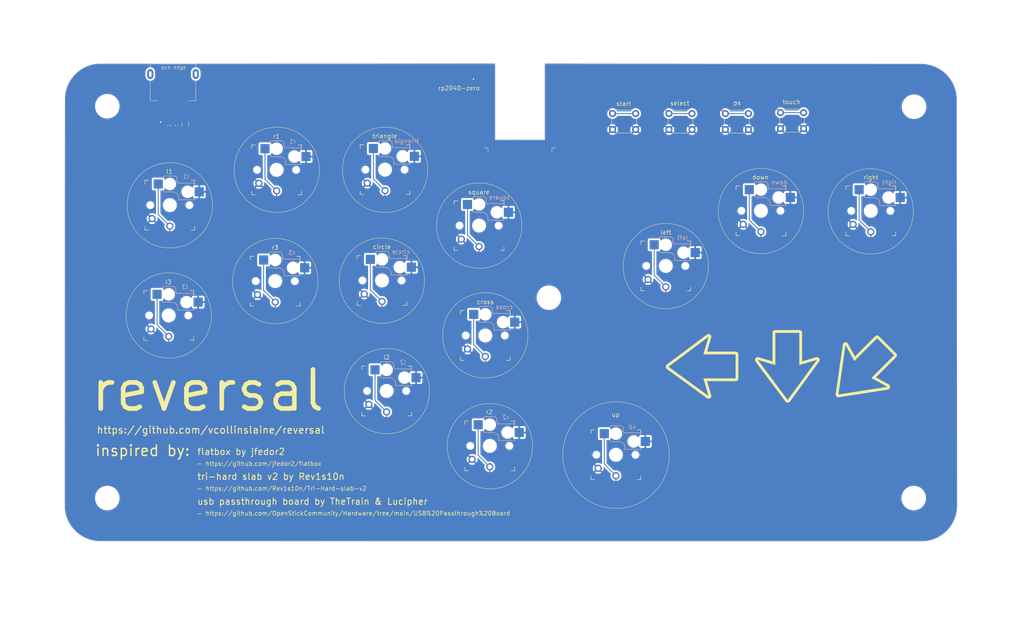
<source format=kicad_pcb>
(kicad_pcb (version 20221018) (generator pcbnew)
  (layers (0 "F.Cu" signal) (31 "B.Cu" signal) (34 "B.Paste" user) (35 "F.Paste" user) (36 "B.SilkS" user "B.Silkscreen") (37 "F.SilkS" user "F.Silkscreen") (38 "B.Mask" user) (39 "F.Mask" user) (44 "Edge.Cuts" user))
  (net 0 "")
  (net 1 "circle")
  (net 2 "GND")
  (net 3 "cross")
  (net 4 "down")
  (net 5 "power")
  (net 6 "D-")
  (net 7 "D+")
  (net 9 "l1")
  (net 10 "l2")
  (net 11 "l3")
  (net 12 "left")
  (net 13 "ps")
  (net 14 "r1")
  (net 15 "r2")
  (net 16 "r3")
  (net 17 "right")
  (net 18 "select")
  (net 19 "square")
  (net 20 "start")
  (net 21 "triangle")
  (net 22 "up")
  (net 23 "Net-(J1-VBUS)")
  (net 24 "Net-(J1-D-)")
  (net 25 "Net-(J1-D+)")
  (net 26 "touch")
  (footprint "MountingHole:MountingHole_6.4mm_M6" (layer "F.Cu") (at 29 42.7)
    (fp_text reference "H5" hide)
    (fp_text value "MountingHole")
  )
  (footprint "Resistor_SMD:R_0402_1005Metric_Pad0.72x0.64mm_HandSolder" (layer "F.Cu") (at 48.5 48.0975 -90)
    (fp_text reference "R5" hide)
    (fp_text value "R_Small_US" hide)
  )
  (footprint "Kailh:Kailh_socket_PG1350_optional" (layer "F.Cu") (at 46.291626 101.593064)
    (fp_text reference "key11" hide)
    (fp_text value "choc_SW_HS")
  )
  (footprint "Kailh:Kailh_socket_PG1350_optional" (layer "F.Cu") (at 133.651626 76.303064)
    (fp_text reference "key7" hide)
    (fp_text value "choc_SW_HS")
  )
  (footprint "Button_Switch_THT:SW_PUSH_6mm" (layer "F.Cu") (at 218.5 44.5)
    (fp_text reference "touch1" hide)
    (fp_text value "SW_Push")
  )
  (footprint "Fuse:Fuse_1206_3216Metric_Pad1.42x1.75mm_HandSolder" (layer "F.Cu") (at 50.95 47.7875 -90)
    (fp_text reference "F1" hide)
    (fp_text value "Fuse_Small" hide)
  )
  (footprint "Kailh:Kailh_socket_PG1350_optional" (layer "F.Cu") (at 107.171626 60.553064)
    (fp_text reference "key8" hide)
    (fp_text value "choc_SW_HS")
  )
  (footprint "Kailh:Kailh_socket_PG1350_optional" (layer "F.Cu") (at 135.401626 107.233064)
    (fp_text reference "key5" hide)
    (fp_text value "choc_SW_HS")
  )
  (footprint "Kailh:Kailh_socket_PG1350_optional" (layer "F.Cu") (at 46.611626 70.543064)
    (fp_text reference "key9" hide)
    (fp_text value "choc_SW_HS")
  )
  (footprint "Reversal:USB_A_Female_C42425" (layer "F.Cu") (at 47.5 37.532 -90)
    (fp_text reference "J1" hide)
    (fp_text value "USB_A")
  )
  (footprint "MountingHole:MountingHole_6.4mm_M6" (layer "F.Cu") (at 153.3 96.6)
    (fp_text reference "H1" hide)
    (fp_text value "MountingHole")
  )
  (footprint "Kailh:Kailh_socket_PG1350_optional" (layer "F.Cu") (at 136.676626 138.303064)
    (fp_text reference "key14" hide)
    (fp_text value "choc_SW_HS")
  )
  (footprint "Resistor_SMD:R_0402_1005Metric_Pad0.72x0.64mm_HandSolder" (layer "F.Cu") (at 46.45 48.0975 90)
    (fp_text reference "R4" hide)
    (fp_text value "R_Small_US" hide)
  )
  (footprint "Kailh:Kailh_socket_PG1350_optional" (layer "F.Cu") (at 106.326626 91.753064)
    (fp_text reference "key6" hide)
    (fp_text value "choc_SW_HS")
  )
  (footprint "Kailh:Kailh_socket_PG1350_optional" (layer "F.Cu") (at 107.631626 122.843064)
    (fp_text reference "key13" hide)
    (fp_text value "choc_SW_HS")
  )
  (footprint "Kailh:Kailh_socket_PG1350_optional" (layer "F.Cu") (at 76.281626 91.933064)
    (fp_text reference "key12" hide)
    (fp_text value "choc_SW_HS")
  )
  (footprint "RP2040-Zero:RP2040-Zero" (layer "F.Cu") (at 145.165 42.68)
    (fp_text reference "A1" hide)
    (fp_text value "RP2040-Zero")
  )
  (footprint "MountingHole:MountingHole_6.4mm_M6" (layer "F.Cu") (at 256.09 42.85)
    (fp_text reference "H2" hide)
    (fp_text value "MountingHole")
  )
  (footprint "Button_Switch_THT:SW_PUSH_6mm" (layer "F.Cu") (at 171.221626 44.763064)
    (fp_text reference "start1" hide)
    (fp_text value "SW_Push")
  )
  (footprint "MountingHole:MountingHole_6.4mm_M6" (layer "F.Cu") (at 256 153)
    (fp_text reference "H4" hide)
    (fp_text value "MountingHole")
  )
  (footprint "Kailh:Kailh_socket_PG1350_optional" (layer "F.Cu") (at 172.171626 140.813064)
    (fp_text reference "key1" hide)
    (fp_text value "choc_SW_HS")
  )
  (footprint "Kailh:Kailh_socket_PG1350_optional" (layer "F.Cu") (at 212.991626 72.133064)
    (fp_text reference "key2" hide)
    (fp_text value "choc_SW_HS")
  )
  (footprint "Kailh:Kailh_socket_PG1350_optional" (layer "F.Cu") (at 243.911626 72.153064)
    (fp_text reference "key3" hide)
    (fp_text value "choc_SW_HS")
  )
  (footprint "Kailh:Kailh_socket_PG1350_optional" (layer "F.Cu") (at 76.661626 60.613064)
    (fp_text reference "key10" hide)
    (fp_text value "choc_SW_HS")
  )
  (footprint "Button_Switch_THT:SW_PUSH_6mm" (layer "F.Cu") (at 187.091626 44.773064)
    (fp_text reference "select1" hide)
    (fp_text value "SW_Push")
  )
  (footprint "MountingHole:MountingHole_6.4mm_M6" (layer "F.Cu") (at 29 153)
    (fp_text reference "H3" hide)
    (fp_text value "MountingHole")
  )
  (footprint "Button_Switch_THT:SW_PUSH_6mm" (layer "F.Cu") (at 202.971626 44.773064)
    (fp_text reference "ps1" hide)
    (fp_text value "SW_Push")
  )
  (footprint "Kailh:Kailh_socket_PG1350_optional" (layer "F.Cu") (at 186.211626 87.653064)
    (fp_text reference "key4" hide)
    (fp_text value "choc_SW_HS")
  )
  (gr_circle (center 107.7 122.9) (end 119.700417 122.9) (stroke (width 0.1)) (fill none) (layer "F.SilkS"))
  (gr_circle (center 213 72.2) (end 225.000417 72.2) (stroke (width 0.1)) (fill none) (layer "F.SilkS"))
  (gr_circle (center 186.2 87.7) (end 198.200417 87.7) (stroke (width 0.1)) (fill none) (layer "F.SilkS"))
  (gr_circle (center 133.7 76.3) (end 145.700417 76.3) (stroke (width 0.1)) (fill none) (layer "F.SilkS"))
  (gr_circle (center 172.2 140.9) (end 187.2 140.9) (stroke (width 0.1)) (fill none) (layer "F.SilkS"))
  (gr_circle (center 106.3 91.8) (end 118.300417 91.8) (stroke (width 0.1)) (fill none) (layer "F.SilkS"))
  (gr_circle (center 46.3 101.6) (end 58.300417 101.6) (stroke (width 0.1)) (fill none) (layer "F.SilkS"))
  (gr_circle (center 46.6 70.6) (end 58.600417 70.6) (stroke (width 0.1)) (fill none) (layer "F.SilkS"))
  (gr_poly (pts (xy 223.827093 105.701413) (xy 223.867264 105.704493) (xy 223.906868 105.709564) (xy 223.945855 105.716576) (xy 223.984172 105.725476) (xy 224.021771 105.736216) (xy 224.058599 105.748743) (xy 224.094605 105.763007) (xy 224.12974 105.778957) (xy 224.163952 105.796542) (xy 224.19719 105.815711) (xy 224.229404 105.836413) (xy 224.260541 105.858598) (xy 224.290553 105.882215) (xy 224.319387 105.907212) (xy 224.346993 105.933539) (xy 224.37332 105.961145) (xy 224.398318 105.989979) (xy 224.421934 106.019991) (xy 224.444119 106.051129) (xy 224.464822 106.083342) (xy 224.483991 106.11658) (xy 224.501576 106.150792) (xy 224.517526 106.185927) (xy 224.531789 106.221933) (xy 224.544317 106.258761) (xy 224.555056 106.29636) (xy 224.563957 106.334677) (xy 224.570968 106.373664) (xy 224.576039 106.413267) (xy 224.579119 106.453438) (xy 224.580157 106.494125) (xy 224.580157 114.499093) (xy 226.755033 113.864093) (xy 228.505249 113.352125) (xy 228.533356 113.345064) (xy 228.561183 113.338793) (xy 228.588824 113.333359) (xy 228.616373 113.328809) (xy 228.643922 113.325189) (xy 228.671564 113.322545) (xy 228.699392 113.320925) (xy 228.727499 113.320375) (xy 228.77501 113.321809) (xy 228.822207 113.32608) (xy 228.868962 113.333142) (xy 228.915147 113.342947) (xy 228.960635 113.35545) (xy 229.005297 113.370604) (xy 229.049006 113.388363) (xy 229.091633 113.40868) (xy 229.133051 113.431508) (xy 229.173132 113.456801) (xy 229.211747 113.484512) (xy 229.24877 113.514596) (xy 229.284072 113.547005) (xy 229.317525 113.581692) (xy 229.349001 113.618613) (xy 229.378373 113.657719) (xy 229.412512 113.710877) (xy 229.442006 113.765984) (xy 229.466861 113.822752) (xy 229.487081 113.880899) (xy 229.502675 113.940139) (xy 229.513646 114.000186) (xy 229.520001 114.060757) (xy 229.521746 114.121566) (xy 229.518887 114.182329) (xy 229.511429 114.24276) (xy 229.499378 114.302576) (xy 229.48274 114.36149) (xy 229.461522 114.419218) (xy 229.435728 114.475475) (xy 229.405364 114.529976) (xy 229.370437 114.582437) (xy 224.623814 121.087218) (xy 221.163063 125.833843) (xy 221.13448 125.870853) (xy 221.103874 125.905939) (xy 221.07136 125.939037) (xy 221.037056 125.970082) (xy 221.001078 125.999012) (xy 220.963542 126.025761) (xy 220.924563 126.050266) (xy 220.88426 126.072463) (xy 220.842747 126.092289) (xy 220.800141 126.109678) (xy 220.756558 126.124568) (xy 220.712115 126.136894) (xy 220.666928 126.146592) (xy 220.621113 126.153598) (xy 220.574787 126.157849) (xy 220.528065 126.15928) (xy 220.524094 126.15928) (xy 220.477416 126.157894) (xy 220.431208 126.153776) (xy 220.38557 126.146984) (xy 220.340601 126.137576) (xy 220.2964 126.12561) (xy 220.253064 126.111143) (xy 220.210694 126.094236) (xy 220.169387 126.074944) (xy 220.129243 126.053327) (xy 220.090361 126.029443) (xy 220.052839 126.00335) (xy 220.016776 125.975106) (xy 219.982272 125.944768) (xy 219.949424 125.912396) (xy 219.918333 125.878048) (xy 219.889095 125.841781) (xy 215.67825 120.218062) (xy 211.467408 114.594344) (xy 211.431738 114.541882) (xy 211.400636 114.487374) (xy 211.374116 114.431098) (xy 211.352189 114.373334) (xy 211.334866 114.314361) (xy 211.32216 114.254458) (xy 211.314081 114.193903) (xy 211.310641 114.132977) (xy 211.310936 114.118092) (xy 212.102407 114.118092) (xy 220.520126 125.369499) (xy 228.727499 114.118093) (xy 223.790375 115.55875) (xy 223.790375 106.494125) (xy 217.039534 106.494125) (xy 217.039534 115.566686) (xy 212.102407 114.118092) (xy 211.310936 114.118092) (xy 211.311852 114.071957) (xy 211.317726 114.011124) (xy 211.328274 113.950755) (xy 211.343508 113.891131) (xy 211.363439 113.83253) (xy 211.388079 113.775231) (xy 211.417439 113.719514) (xy 211.451532 113.665657) (xy 211.480904 113.625852) (xy 211.512381 113.58832) (xy 211.545834 113.553102) (xy 211.581136 113.520239) (xy 211.618159 113.489771) (xy 211.656775 113.461739) (xy 211.696856 113.436183) (xy 211.738274 113.413145) (xy 211.780901 113.392664) (xy 211.82461 113.374783) (xy 211.869272 113.35954) (xy 211.91476 113.346978) (xy 211.960945 113.337137) (xy 212.0077 113.330057) (xy 212.054896 113.325779) (xy 212.102407 113.324344) (xy 212.129374 113.324894) (xy 212.156666 113.326514) (xy 212.184238 113.329157) (xy 212.212042 113.332777) (xy 212.240033 113.337328) (xy 212.268163 113.342761) (xy 212.296386 113.349032) (xy 212.324657 113.356094) (xy 213.971687 113.840281) (xy 216.245783 114.507031) (xy 216.245783 106.494125) (xy 216.246756 106.454834) (xy 216.249659 106.415874) (xy 216.254469 106.377298) (xy 216.261162 106.339158) (xy 216.269716 106.301506) (xy 216.280107 106.264395) (xy 216.292311 106.227877) (xy 216.306306 106.192004) (xy 216.322069 106.156829) (xy 216.339576 106.122403) (xy 216.358803 106.088781) (xy 216.379728 106.056012) (xy 216.402327 106.024151) (xy 216.426577 105.993249) (xy 216.452455 105.963358) (xy 216.479938 105.934531) (xy 216.508111 105.907048) (xy 216.537516 105.88117) (xy 216.568084 105.85692) (xy 216.599745 105.83432) (xy 216.632429 105.813395) (xy 216.666067 105.794168) (xy 216.700588 105.776661) (xy 216.735923 105.760898) (xy 216.772002 105.746903) (xy 216.808756 105.734698) (xy 216.846114 105.724308) (xy 216.884007 105.715754) (xy 216.922366 105.709061) (xy 216.961119 105.704251) (xy 217.000199 105.701348) (xy 217.039534 105.700375) (xy 223.786407 105.700375)) (fill solid) (layer "F.SilkS"))
  (gr_poly (pts (xy 198.257415 106.82012) (xy 198.28714 106.821794) (xy 198.316795 106.824585) (xy 198.346346 106.828491) (xy 198.375757 106.833514) (xy 198.404994 106.839654) (xy 198.434021 106.846909) (xy 198.462804 106.855281) (xy 198.491308 106.864768) (xy 198.519498 106.875372) (xy 198.54734 106.887093) (xy 198.574797 106.899929) (xy 198.601837 106.913882) (xy 198.628422 106.92895) (xy 198.654519 106.945135) (xy 198.680093 106.962437) (xy 198.731052 107.001369) (xy 198.778204 107.043587) (xy 198.82146 107.088839) (xy 198.860733 107.136876) (xy 198.895938 107.187447) (xy 198.926985 107.240304) (xy 198.953789 107.295195) (xy 198.976261 107.35187) (xy 198.994316 107.410081) (xy 199.007864 107.469576) (xy 199.01682 107.530107) (xy 199.021096 107.591422) (xy 199.020605 107.653272) (xy 199.015259 107.715406) (xy 199.004972 107.777576) (xy 198.989656 107.839531) (xy 197.842686 111.760655) (xy 205.855592 111.760655) (xy 205.894883 111.761628) (xy 205.933843 111.764531) (xy 205.972419 111.769341) (xy 206.010559 111.776034) (xy 206.048211 111.784588) (xy 206.085322 111.794979) (xy 206.12184 111.807183) (xy 206.157713 111.821179) (xy 206.192888 111.836941) (xy 206.227314 111.854448) (xy 206.260937 111.873676) (xy 206.293705 111.894601) (xy 206.325567 111.9172) (xy 206.356469 111.94145) (xy 206.38636 111.967329) (xy 206.415187 111.994811) (xy 206.442669 112.022984) (xy 206.468548 112.052389) (xy 206.492798 112.082957) (xy 206.515398 112.114618) (xy 206.536323 112.147302) (xy 206.55555 112.18094) (xy 206.573057 112.215461) (xy 206.588819 112.250796) (xy 206.602815 112.286875) (xy 206.615019 112.323629) (xy 206.62541 112.360987) (xy 206.633964 112.39888) (xy 206.640657 112.437238) (xy 206.645467 112.475992) (xy 206.64837 112.515071) (xy 206.649343 112.554405) (xy 206.649343 119.305249) (xy 206.648305 119.345935) (xy 206.645225 119.386106) (xy 206.640154 119.42571) (xy 206.633142 119.464696) (xy 206.624241 119.503014) (xy 206.613502 119.540612) (xy 206.600975 119.57744) (xy 206.586711 119.613447) (xy 206.570761 119.648582) (xy 206.553176 119.682793) (xy 206.534007 119.716031) (xy 206.513304 119.748245) (xy 206.491119 119.779383) (xy 206.467503 119.809394) (xy 206.442505 119.838229) (xy 206.416178 119.865835) (xy 206.388572 119.892162) (xy 206.359738 119.917159) (xy 206.329726 119.940776) (xy 206.298588 119.962961) (xy 206.266375 119.983663) (xy 206.233137 120.002833) (xy 206.198925 120.020418) (xy 206.16379 120.036367) (xy 206.127783 120.050631) (xy 206.090955 120.063158) (xy 206.053357 120.073898) (xy 206.015039 120.082799) (xy 205.976053 120.08981) (xy 205.936449 120.094881) (xy 205.896279 120.097961) (xy 205.855592 120.098999) (xy 197.846656 120.098999) (xy 198.271312 121.551561) (xy 198.989656 124.020124) (xy 198.997948 124.05071) (xy 199.004973 124.081424) (xy 199.010742 124.112232) (xy 199.015267 124.143101) (xy 199.018559 124.173996) (xy 199.020631 124.204883) (xy 199.021493 124.235728) (xy 199.021158 124.266497) (xy 199.019636 124.297155) (xy 199.016941 124.327668) (xy 199.013082 124.358003) (xy 199.008073 124.388125) (xy 199.001924 124.418) (xy 198.994647 124.447593) (xy 198.986254 124.476871) (xy 198.976757 124.5058) (xy 198.966167 124.534345) (xy 198.954495 124.562472) (xy 198.941753 124.590147) (xy 198.927954 124.617336) (xy 198.913108 124.644005) (xy 198.897227 124.670119) (xy 198.880323 124.695644) (xy 198.862407 124.720547) (xy 198.843492 124.744793) (xy 198.823588 124.768347) (xy 198.802707 124.791177) (xy 198.780862 124.813247) (xy 198.758063 124.834523) (xy 198.734322 124.854972) (xy 198.709651 124.874559) (xy 198.684062 124.89325) (xy 198.657876 124.910551) (xy 198.631406 124.926736) (xy 198.604645 124.941805) (xy 198.577588 124.955758) (xy 198.550228 124.968594) (xy 198.52256 124.980315) (xy 198.494578 124.990919) (xy 198.466277 125.000406) (xy 198.43765 125.008778) (xy 198.408691 125.016033) (xy 198.379395 125.022173) (xy 198.349757 125.027195) (xy 198.319769 125.031102) (xy 198.289427 125.033893) (xy 198.258724 125.035567) (xy 198.227656 125.036125) (xy 198.196453 125.035565) (xy 198.165373 125.033877) (xy 198.134443 125.03105) (xy 198.103694 125.027071) (xy 198.073154 125.02193) (xy 198.042853 125.015614) (xy 198.012819 125.008113) (xy 197.983081 124.999414) (xy 197.953669 124.989505) (xy 197.924612 124.978376) (xy 197.895939 124.966014) (xy 197.867678 124.952409) (xy 197.839859 124.937547) (xy 197.812511 124.921418) (xy 197.785662 124.90401) (xy 197.759343 124.885312) (xy 186.507937 116.677937) (xy 186.470927 116.649353) (xy 186.435841 116.618747) (xy 186.402743 116.586233) (xy 186.371698 116.551929) (xy 186.342768 116.51595) (xy 186.316019 116.478414) (xy 186.291514 116.439436) (xy 186.269316 116.399132) (xy 186.249491 116.357619) (xy 186.232102 116.315013) (xy 186.217212 116.27143) (xy 186.204886 116.226987) (xy 186.195188 116.1818) (xy 186.188182 116.135985) (xy 186.183931 116.089658) (xy 186.1825 116.042936) (xy 186.182725 116.034999) (xy 186.972283 116.034999) (xy 198.223689 124.242373) (xy 196.783032 119.305249) (xy 205.851625 119.305249) (xy 205.851625 112.554406) (xy 196.779062 112.554406) (xy 198.227656 107.617281) (xy 186.972283 116.034999) (xy 186.182725 116.034999) (xy 186.183842 115.995515) (xy 186.187841 115.94857) (xy 186.194456 115.902207) (xy 186.203646 115.85653) (xy 186.215371 115.811643) (xy 186.22959 115.767651) (xy 186.246263 115.72466) (xy 186.265348 115.682773) (xy 186.286805 115.642095) (xy 186.310593 115.602731) (xy 186.336672 115.564786) (xy 186.365 115.528364) (xy 186.395538 115.493569) (xy 186.428245 115.460507) (xy 186.463079 115.429283) (xy 186.5 115.4) (xy 192.127687 111.193125) (xy 197.751405 106.982281) (xy 197.778468 106.96284) (xy 197.806053 106.944694) (xy 197.834127 106.92784) (xy 197.862654 106.91227) (xy 197.8916 106.897979) (xy 197.92093 106.884962) (xy 197.950608 106.873211) (xy 197.980601 106.862723) (xy 198.010872 106.85349) (xy 198.041388 106.845507) (xy 198.072113 106.838768) (xy 198.103012 106.833267) (xy 198.134051 106.828999) (xy 198.165194 106.825957) (xy 198.196407 106.824137) (xy 198.227656 106.823531) (xy 198.227656 106.819562)) (fill solid) (layer "F.SilkS"))
  (gr_circle (center 107.2 60.6) (end 119.200417 60.6) (stroke (width 0.1)) (fill none) (layer "F.SilkS"))
  (gr_circle (center 243.9 72.3) (end 255.900417 72.3) (stroke (width 0.1)) (fill none) (layer "F.SilkS"))
  (gr_circle (center 135.4 107.2) (end 147.400417 107.2) (stroke (width 0.1)) (fill none) (layer "F.SilkS"))
  (gr_poly (pts (xy 245.693912 107.240252) (xy 245.731852 107.241181) (xy 245.769723 107.243965) (xy 245.807454 107.248598) (xy 245.844975 107.255073) (xy 245.882218 107.263386) (xy 245.919111 107.273529) (xy 245.955586 107.285499) (xy 245.991572 107.299287) (xy 246.027001 107.31489) (xy 246.061801 107.332301) (xy 246.095904 107.351514) (xy 246.129239 107.372523) (xy 246.161737 107.395323) (xy 246.193328 107.419908) (xy 246.223943 107.446272) (xy 246.253511 107.474409) (xy 251.027917 112.248814) (xy 251.055398 112.276987) (xy 251.081276 112.306392) (xy 251.105525 112.33696) (xy 251.128124 112.368621) (xy 251.149048 112.401305) (xy 251.168276 112.434943) (xy 251.185782 112.469464) (xy 251.201545 112.504799) (xy 251.21554 112.540878) (xy 251.227745 112.577632) (xy 251.238136 112.61499) (xy 251.24669 112.652883) (xy 251.253383 112.691241) (xy 251.258193 112.729994) (xy 251.261096 112.769073) (xy 251.262069 112.808408) (xy 251.261096 112.8477) (xy 251.258193 112.886659) (xy 251.253384 112.925236) (xy 251.24669 112.963376) (xy 251.238137 113.001027) (xy 251.227746 113.038138) (xy 251.215542 113.074657) (xy 251.201547 113.110529) (xy 251.185785 113.145704) (xy 251.168278 113.18013) (xy 251.149051 113.213753) (xy 251.128126 113.246521) (xy 251.105527 113.278382) (xy 251.081277 113.309284) (xy 251.055399 113.339175) (xy 251.027917 113.368002) (xy 247.821162 116.574751) (xy 245.618507 118.777407) (xy 245.364505 119.031407) (xy 246.690068 119.757689) (xy 248.944314 120.995939) (xy 248.998522 121.028451) (xy 249.049439 121.064795) (xy 249.096938 121.104708) (xy 249.14089 121.147929) (xy 249.181169 121.194197) (xy 249.217645 121.243249) (xy 249.250191 121.294824) (xy 249.27868 121.348661) (xy 249.302982 121.404497) (xy 249.322971 121.462072) (xy 249.338519 121.521124) (xy 249.349496 121.58139) (xy 249.355777 121.64261) (xy 249.357232 121.704522) (xy 249.353734 121.766864) (xy 249.345155 121.829375) (xy 249.338985 121.860415) (xy 249.331652 121.891012) (xy 249.323179 121.921139) (xy 249.313591 121.950771) (xy 249.291158 122.008449) (xy 249.26454 122.063842) (xy 249.233922 122.116747) (xy 249.19949 122.16696) (xy 249.161431 122.214277) (xy 249.119929 122.258497) (xy 249.075173 122.299414) (xy 249.027346 122.336825) (xy 248.976636 122.370528) (xy 248.923228 122.400318) (xy 248.895571 122.413682) (xy 248.867309 122.425991) (xy 248.838466 122.437221) (xy 248.809064 122.447346) (xy 248.779128 122.456339) (xy 248.74868 122.464177) (xy 248.717743 122.470833) (xy 248.686341 122.476282) (xy 243.082467 123.353376) (xy 234.926686 124.627344) (xy 234.9192 124.628741) (xy 234.911633 124.629964) (xy 234.896301 124.631933) (xy 234.880783 124.633344) (xy 234.865172 124.634289) (xy 234.84956 124.634863) (xy 234.834042 124.635157) (xy 234.803657 124.635281) (xy 234.764365 124.63431) (xy 234.725404 124.631413) (xy 234.686828 124.626622) (xy 234.648687 124.619964) (xy 234.611035 124.61147) (xy 234.573924 124.601167) (xy 234.537406 124.589085) (xy 234.501533 124.575254) (xy 234.466358 124.559701) (xy 234.431933 124.542457) (xy 234.398311 124.52355) (xy 234.365543 124.50301) (xy 234.333682 124.480865) (xy 234.30278 124.457145) (xy 234.27289 124.431878) (xy 234.244063 124.405094) (xy 234.211699 124.370787) (xy 234.181602 124.334911) (xy 234.153807 124.297571) (xy 234.12835 124.25887) (xy 234.105264 124.218913) (xy 234.084585 124.177805) (xy 234.066347 124.13565) (xy 234.050586 124.092554) (xy 234.037337 124.048621) (xy 234.026634 124.003955) (xy 234.018512 123.958662) (xy 234.013007 123.912845) (xy 234.010152 123.866609) (xy 234.010032 123.833594) (xy 234.803657 123.833594) (xy 248.563312 121.682531) (xy 244.054814 119.209999) (xy 250.464341 112.800468) (xy 245.689935 108.026062) (xy 245.685969 108.030032) (xy 239.272466 114.443532) (xy 236.803907 109.927094) (xy 234.803657 123.833594) (xy 234.010032 123.833594) (xy 234.009983 123.82006) (xy 234.012535 123.773301) (xy 234.017842 123.726437) (xy 235.01797 116.773188) (xy 236.018092 109.819938) (xy 236.023169 109.788514) (xy 236.029455 109.757512) (xy 236.036925 109.726957) (xy 236.045556 109.696876) (xy 236.055323 109.667295) (xy 236.066202 109.63824) (xy 236.078171 109.609737) (xy 236.091204 109.581813) (xy 236.105277 109.554493) (xy 236.120367 109.527805) (xy 236.153502 109.476424) (xy 236.190415 109.42788) (xy 236.230915 109.382383) (xy 236.274811 109.340142) (xy 236.321909 109.301365) (xy 236.3466 109.283341) (xy 236.372019 109.266262) (xy 236.398144 109.250154) (xy 236.424949 109.235043) (xy 236.452411 109.220956) (xy 236.480507 109.207917) (xy 236.509211 109.195954) (xy 236.5385 109.185093) (xy 236.56835 109.17536) (xy 236.598737 109.16678) (xy 236.629638 109.159381) (xy 236.661027 109.153188) (xy 236.678888 109.150398) (xy 236.696748 109.147979) (xy 236.714608 109.145933) (xy 236.732467 109.144259) (xy 236.750326 109.142956) (xy 236.768186 109.142026) (xy 236.786046 109.141468) (xy 236.803907 109.141282) (xy 236.830645 109.141734) (xy 236.85727 109.143083) (xy 236.88376 109.145321) (xy 236.910093 109.148436) (xy 236.936249 109.152422) (xy 236.962207 109.157266) (xy 236.987945 109.162961) (xy 237.013443 109.169497) (xy 237.038679 109.176864) (xy 237.063632 109.185053) (xy 237.088282 109.194055) (xy 237.112607 109.203859) (xy 237.136586 109.214458) (xy 237.160198 109.22584) (xy 237.183422 109.237997) (xy 237.206236 109.250919) (xy 237.228621 109.264596) (xy 237.250554 109.279021) (xy 237.272015 109.294182) (xy 237.292983 109.31007) (xy 237.313436 109.326676) (xy 237.333354 109.343991) (xy 237.352715 109.362005) (xy 237.371498 109.380709) (xy 237.389682 109.400093) (xy 237.407247 109.420148) (xy 237.424171 109.440863) (xy 237.440432 109.462231) (xy 237.456011 109.484241) (xy 237.470885 109.506884) (xy 237.485034 109.530151) (xy 237.498437 109.554032) (xy 239.458999 113.137813) (xy 245.126376 107.470439) (xy 245.155943 107.442302) (xy 245.186557 107.415938) (xy 245.218148 107.391353) (xy 245.250645 107.368553) (xy 245.28398 107.347544) (xy 245.318083 107.328331) (xy 245.352883 107.31092) (xy 245.388312 107.295317) (xy 245.424298 107.281529) (xy 245.460773 107.269559) (xy 245.497666 107.259416) (xy 245.534908 107.251103) (xy 245.57243 107.244628) (xy 245.61016 107.239995) (xy 245.64803 107.237211) (xy 245.685969 107.236282)) (fill solid) (layer "F.SilkS"))
  (gr_circle (center 76.3 91.9) (end 88.300417 91.9) (stroke (width 0.1)) (fill none) (layer "F.SilkS"))
  (gr_circle (center 136.7 138.4) (end 148.700417 138.4) (stroke (width 0.1)) (fill none) (layer "F.SilkS"))
  (gr_circle (center 76.7 60.6) (end 88.700417 60.6) (stroke (width 0.1)) (fill none) (layer "F.SilkS"))
  (gr_arc (start 17.084488 40.725) (mid 20 33.66137) (end 27.048963 30.710574) (stroke (width 0.1)) (layer "Edge.Cuts"))
  (gr_line (start 258.150077 30.785573) (end 152.15 30.675) (stroke (width 0.1)) (layer "Edge.Cuts"))
  (gr_line (start 138.175 52.15) (end 138.175 30.675) (stroke (width 0.1)) (layer "Edge.Cuts"))
  (gr_arc (start 268.214552 155.150001) (mid 265.29904 162.213631) (end 258.250077 165.164427) (stroke (width 0.1)) (layer "Edge.Cuts"))
  (gr_arc (start 258.150077 30.785573) (mid 265.19904 33.736369) (end 268.114552 40.799999) (stroke (width 0.1)) (layer "Edge.Cuts"))
  (gr_line (start 152.15 52.175) (end 152.15 30.675) (stroke (width 0.1)) (layer "Edge.Cuts"))
  (gr_line (start 268.214552 155.150001) (end 268.114552 40.799999) (stroke (width 0.1)) (layer "Edge.Cuts"))
  (gr_line (start 152.15 52.175) (end 138.175 52.15) (stroke (width 0.1)) (layer "Edge.Cuts"))
  (gr_line (start 138.175 30.675) (end 27.048963 30.710574) (stroke (width 0.1)) (layer "Edge.Cuts"))
  (gr_arc (start 26.973962 165.114427) (mid 19.924999 162.163631) (end 17.009487 155.100001) (stroke (width 0.1)) (layer "Edge.Cuts"))
  (gr_line (start 17.084488 40.725) (end 17.009487 155.100001) (stroke (width 0.1)) (layer "Edge.Cuts"))
  (gr_line (start 26.973962 165.114427) (end 258.250077 165.164427) (stroke (width 0.1)) (layer "Edge.Cuts"))
  (gr_text "circle" (at 111.6 84.4) (layer "B.SilkS") (effects (font (size 1.2 1.2)) (justify bottom mirror)))
  (gr_text "left" (at 190.9 80.4) (layer "B.SilkS") (effects (font (size 1.2 1.2)) (justify bottom mirror)))
  (gr_text "down" (at 218.2 64.8) (layer "B.SilkS") (effects (font (size 1.2 1.2)) (justify bottom mirror)))
  (gr_text "up" (at 176.8 133.5) (layer "B.SilkS") (effects (font (size 1.2 1.2)) (justify bottom mirror)))
  (gr_text "l3" (at 50.9 94.3) (layer "B.SilkS") (effects (font (size 1.2 1.2)) (justify bottom mirror)))
  (gr_text "l2" (at 112.25 115.5) (layer "B.SilkS") (effects (font (size 1.2 1.2)) (justify bottom mirror)))
  (gr_text "r1" (at 81.1 53.3) (layer "B.SilkS") (effects (font (size 1.2 1.2)) (justify bottom mirror)))
  (gr_text "triangle" (at 113.2 53.2) (layer "B.SilkS") (effects (font (size 1.2 1.2)) (justify bottom mirror)))
  (gr_text "right" (at 249.1 64.8) (layer "B.SilkS") (effects (font (size 1.2 1.2)) (justify bottom mirror)))
  (gr_text "r2" (at 141.2 131) (layer "B.SilkS") (effects (font (size 1.2 1.2)) (justify bottom mirror)))
  (gr_text "cross\n" (at 140.7 99.9) (layer "B.SilkS") (effects (font (size 1.2 1.2)) (justify bottom mirror)))
  (gr_text "r3" (at 81 84.65) (layer "B.SilkS") (effects (font (size 1.2 1.2)) (justify bottom mirror)))
  (gr_text "square" (at 139.4 69) (layer "B.SilkS") (effects (font (size 1.2 1.2)) (justify bottom mirror)))
  (gr_text "l1" (at 51.2 63.2) (layer "B.SilkS") (effects (font (size 1.2 1.2)) (justify bottom mirror)))
  (gr_text "select" (at 190.15 42.55) (layer "F.SilkS") (effects (font (size 1.2 1.2)) (justify bottom)))
  (gr_text "reversal" (at 23.7 129.2) (layer "F.SilkS") (effects (font (size 11 11) (thickness 1.3)) (justify left bottom)))
  (gr_text "usb passthrough board by TheTrain & Lucipher" (at 54.2 155) (layer "F.SilkS") (effects (font (size 1.8 1.8) (thickness 0.25)) (justify left bottom)))
  (gr_text "circle" (at 106.3 83) (layer "F.SilkS") (effects (font (size 1.2 1.2)) (justify bottom)))
  (gr_text "l1" (at 46.5 61.8) (layer "F.SilkS") (effects (font (size 1.2 1.2)) (justify bottom)))
  (gr_text "https://github.com/vcollinslaine/reversal" (at 25.9 135) (layer "F.SilkS") (effects (font (size 2 2) (thickness 0.275)) (justify left bottom)))
  (gr_text "cross" (at 135.4 98.5) (layer "F.SilkS") (effects (font (size 1.2 1.2)) (justify bottom)))
  (gr_text "r1" (at 76.6 51.9) (layer "F.SilkS") (effects (font (size 1.2 1.2)) (justify bottom)))
  (gr_text "inspired by:" (at 25.4 141.4) (layer "F.SilkS") (effects (font (size 3 3) (thickness 0.4)) (justify left bottom)))
  (gr_text "r2" (at 136.5 129.5) (layer "F.SilkS") (effects (font (size 1.2 1.2)) (justify bottom)))
  (gr_text "ps" (at 206.3 42.45) (layer "F.SilkS") (effects (font (size 1.2 1.2)) (justify bottom)))
  (gr_text "triangle" (at 107.1 51.8) (layer "F.SilkS") (effects (font (size 1.2 1.2)) (justify bottom)))
  (gr_text "r3" (at 76.2 83.2) (layer "F.SilkS") (effects (font (size 1.2 1.2)) (justify bottom)))
  (gr_text "up" (at 172.1 130.2) (layer "F.SilkS") (effects (font (size 1.2 1.2)) (justify bottom)))
  (gr_text "- https://github.com/OpenStickCommunity/Hardware/tree/main/USB%20Passthrough%20Board" (at 54.15 158) (layer "F.SilkS") (effects (font (size 1.2 1.2)) (justify left bottom)))
  (gr_text "right" (at 243.95 63.45) (layer "F.SilkS") (effects (font (size 1.2 1.2)) (justify bottom)))
  (gr_text "down" (at 212.85 63.4) (layer "F.SilkS") (effects (font (size 1.2 1.2)) (justify bottom)))
  (gr_text "- https://github.com/Rev1s10n/Tri-Hard-slab-v2" (at 54.15 151) (layer "F.SilkS") (effects (font (size 1.2 1.2)) (justify left bottom)))
  (gr_text "start" (at 174.35 42.7) (layer "F.SilkS") (effects (font (size 1.2 1.2)) (justify bottom)))
  (gr_text "left" (at 186.25 78.95) (layer "F.SilkS") (effects (font (size 1.2 1.2)) (justify bottom)))
  (gr_text "tri-hard slab v2 by Rev1s10n" (at 54.2 148) (layer "F.SilkS") (effects (font (size 1.8 1.8) (thickness 0.25)) (justify left bottom)))
  (gr_text "rp2040-zero" (at 128 38.3) (layer "F.SilkS") (effects (font (size 1.2 1.2)) (justify bottom)))
  (gr_text "l3" (at 46.2 92.9) (layer "F.SilkS") (effects (font (size 1.2 1.2)) (justify bottom)))
  (gr_text "touch" (at 221.6 42.2) (layer "F.SilkS") (effects (font (size 1.2 1.2)) (justify bottom)))
  (gr_text "square" (at 133.6 67.6) (layer "F.SilkS") (effects (font (size 1.2 1.2)) (justify bottom)))
  (gr_text "l2" (at 107.6 114.1) (layer "F.SilkS") (effects (font (size 1.2 1.2)) (justify bottom)))
  (gr_text "flatbox by jfedor2" (at 54.2 141) (layer "F.SilkS") (effects (font (size 1.8 1.8) (thickness 0.25)) (justify left bottom)))
  (gr_text "- https://github.com/jfedor2/flatbox" (at 54.15 144) (layer "F.SilkS") (effects (font (size 1.2 1.2)) (justify left bottom)))
  (segment (start 120 70.5) (end 130.4 60.1) (width 0.25) (layer "F.Cu") (net 1))
  (segment (start 116.3 105) (end 120 101.3) (width 0.25) (layer "F.Cu") (net 1))
  (segment (start 120 101.3) (end 120 70.5) (width 0.25) (layer "F.Cu") (net 1))
  (segment (start 106.326626 97.653064) (end 106.326626 102.326626) (width 0.25) (layer "F.Cu") (net 1))
  (segment (start 130.4 60.1) (end 140.1 60.1) (width 0.25) (layer "F.Cu") (net 1))
  (segment (start 142.625 57.575) (end 142.625 54.38) (width 0.25) (layer "F.Cu") (net 1))
  (segment (start 140.1 60.1) (end 142.625 57.575) (width 0.25) (layer "F.Cu") (net 1))
  (segment (start 109 105) (end 116.3 105) (width 0.25) (layer "F.Cu") (net 1))
  (segment (start 106.326626 102.326626) (end 109 105) (width 0.25) (layer "F.Cu") (net 1))
  (segment (start 103.051626 94.378064) (end 106.326626 97.653064) (width 0.25) (layer "B.Cu") (net 1))
  (segment (start 103.051626 85.803064) (end 103.051626 94.378064) (width 0.25) (layer "B.Cu") (net 1))
  (segment (start 44 41.415) (end 44 47.15) (width 0.25) (layer "F.Cu") (net 2))
  (segment (start 136.005 35.06) (end 132.085 35.06) (width 0.25) (layer "F.Cu") (net 2))
  (via (at 132.085 35.06) (size 0.8) (drill 0.4) (layers "F.Cu" "B.Cu") (net 2))
  (via (at 44 47.15) (size 0.8) (drill 0.4) (layers "F.Cu" "B.Cu") (net 2))
  (segment (start 156.7 56.2) (end 152.065 56.2) (width 0.25) (layer "F.Cu") (net 3))
  (segment (start 156.221626 124.023064) (end 162.7 117.54469) (width 0.25) (layer "F.Cu") (net 3))
  (segment (start 135.401626 117.101626) (end 142.323064 124.023064) (width 0.25) (layer "F.Cu") (net 3))
  (segment (start 135.401626 113.133064) (end 135.401626 117.101626) (width 0.25) (layer "F.Cu") (net 3))
  (segment (start 162.7 62.2) (end 156.7 56.2) (width 0.25) (layer "F.Cu") (net 3))
  (segment (start 162.7 117.54469) (end 162.7 62.2) (width 0.25) (layer "F.Cu") (net 3))
  (segment (start 142.323064 124.023064) (end 156.221626 124.023064) (width 0.25) (layer "F.Cu") (net 3))
  (segment (start 152.065 56.2) (end 150.245 54.38) (width 0.25) (layer "F.Cu") (net 3))
  (segment (start 132.126626 109.858064) (end 135.401626 113.133064) (width 0.25) (layer "B.Cu") (net 3))
  (segment (start 132.126626 101.283064) (end 132.126626 109.858064) (width 0.25) (layer "B.Cu") (net 3))
  (segment (start 199.221626 68.023064) (end 189.198562 58) (width 0.25) (layer "F.Cu") (net 4))
  (segment (start 189.198562 58) (end 171.698562 58) (width 0.25) (layer "F.Cu") (net 4))
  (segment (start 212.991626 81.753064) (end 208.721626 86.023064) (width 0.25) (layer "F.Cu") (net 4))
  (segment (start 171.698562 58) (end 158.918562 45.22) (width 0.25) (layer "F.Cu") (net 4))
  (segment (start 208.721626 86.023064) (end 203.221626 86.023064) (width 0.25) (layer "F.Cu") (net 4))
  (segment (start 199.221626 82.023064) (end 199.221626 68.023064) (width 0.25) (layer "F.Cu") (net 4))
  (segment (start 158.918562 45.22) (end 154.325 45.22) (width 0.25) (layer "F.Cu") (net 4))
  (segment (start 212.991626 78.033064) (end 212.991626 81.753064) (width 0.25) (layer "F.Cu") (net 4))
  (segment (start 203.221626 86.023064) (end 199.221626 82.023064) (width 0.25) (layer "F.Cu") (net 4))
  (segment (start 209.716626 66.183064) (end 209.716626 74.758064) (width 0.25) (layer "B.Cu") (net 4))
  (segment (start 209.716626 74.758064) (end 212.991626 78.033064) (width 0.25) (layer "B.Cu") (net 4))
  (segment (start 98.02 32.52) (end 91.54 39) (width 0.25) (layer "F.Cu") (net 5))
  (segment (start 50.95 49.275) (end 50.95 51.15) (width 0.25) (layer "F.Cu") (net 5))
  (segment (start 52.5 52.7) (end 50.95 51.15) (width 0.25) (layer "F.Cu") (net 5))
  (segment (start 69.7 39) (end 56 52.7) (width 0.25) (layer "F.Cu") (net 5))
  (segment (start 56 52.7) (end 52.5 52.7) (width 0.25) (layer "F.Cu") (net 5))
  (segment (start 136.005 32.52) (end 98.02 32.52) (width 0.25) (layer "F.Cu") (net 5))
  (segment (start 91.54 39) (end 69.7 39) (width 0.25) (layer "F.Cu") (net 5))
  (segment (start 117.5 35) (end 98.5 35) (width 0.2) (layer "F.Cu") (net 6))
  (segment (start 92.5 41) (end 70.05 41) (width 0.2) (layer "F.Cu") (net 6))
  (segment (start 56.7 54.35) (end 51.55 54.35) (width 0.2) (layer "F.Cu") (net 6))
  (segment (start 98.5 35) (end 92.5 41) (width 0.2) (layer "F.Cu") (net 6))
  (segment (start 48.5 51.3) (end 48.5 48.695) (width 0.2) (layer "F.Cu") (net 6))
  (segment (start 70.05 41) (end 56.7 54.35) (width 0.2) (layer "F.Cu") (net 6))
  (segment (start 51.55 54.35) (end 48.5 51.3) (width 0.2) (layer "F.Cu") (net 6))
  (segment (start 122.64 40.14) (end 136.005 40.14) (width 0.2) (layer "F.Cu") (net 6))
  (segment (start 117.5 35) (end 122.64 40.14) (width 0.2) (layer "F.Cu") (net 6))
  (segment (start 46.45 52.05) (end 46.45 48.695) (width 0.2) (layer "F.Cu") (net 7))
  (segment (start 50.25 55.85) (end 46.45 52.05) (width 0.2) (layer "F.Cu") (net 7))
  (segment (start 122.2 42.7) (end 116.5 37) (width 0.2) (layer "F.Cu") (net 7))
  (segment (start 116.5 37) (end 99 37) (width 0.2) (layer "F.Cu") (net 7))
  (segment (start 57.5 55.85) (end 50.25 55.85) (width 0.2) (layer "F.Cu") (net 7))
  (segment (start 93 43) (end 70.35 43) (width 0.2) (layer "F.Cu") (net 7))
  (segment (start 136.005 42.68) (end 135.985 42.7) (width 0.2) (layer "F.Cu") (net 7))
  (segment (start 99 37) (end 93 43) (width 0.2) (layer "F.Cu") (net 7))
  (segment (start 70.35 43) (end 57.5 55.85) (width 0.2) (layer "F.Cu") (net 7))
  (segment (start 135.985 42.7) (end 122.2 42.7) (width 0.2) (layer "F.Cu") (net 7))
  (segment (start 61 55) (end 61 79.5) (width 0.25) (layer "F.Cu") (net 9))
  (segment (start 50 84) (end 46.611626 80.611626) (width 0.25) (layer "F.Cu") (net 9))
  (segment (start 115.5 39) (end 99.5 39) (width 0.25) (layer "F.Cu") (net 9))
  (segment (start 46.611626 80.611626) (end 46.611626 76.443064) (width 0.25) (layer "F.Cu") (net 9))
  (segment (start 99.5 39) (end 93.5 45) (width 0.25) (layer "F.Cu") (net 9))
  (segment (start 121.72 45.22) (end 115.5 39) (width 0.25) (layer "F.Cu") (net 9))
  (segment (start 61 79.5) (end 56.5 84) (width 0.25) (layer "F.Cu") (net 9))
  (segment (start 93.5 45) (end 71 45) (width 0.25) (layer "F.Cu") (net 9))
  (segment (start 136.005 45.22) (end 121.72 45.22) (width 0.25) (layer "F.Cu") (net 9))
  (segment (start 56.5 84) (end 50 84) (width 0.25) (layer "F.Cu") (net 9))
  (segment (start 71 45) (end 61 55) (width 0.25) (layer "F.Cu") (net 9))
  (segment (start 43.336626 73.168064) (end 46.611626 76.443064) (width 0.25) (layer "B.Cu") (net 9))
  (segment (start 43.336626 64.593064) (end 43.336626 73.168064) (width 0.25) (layer "B.Cu") (net 9))
  (segment (start 146 90.8) (end 126.9 90.8) (width 0.25) (layer "F.Cu") (net 10))
  (segment (start 110.5 137) (end 107.631626 134.131626) (width 0.25) (layer "F.Cu") (net 10))
  (segment (start 122.1 95.6) (end 122.1 133.4) (width 0.25) (layer "F.Cu") (net 10))
  (segment (start 118.5 137) (end 110.5 137) (width 0.25) (layer "F.Cu") (net 10))
  (segment (start 149.1 87.7) (end 148.7 88.1) (width 0.25) (layer "F.Cu") (net 10))
  (segment (start 122.1 133.4) (end 118.5 137) (width 0.25) (layer "F.Cu") (net 10))
  (segment (start 147.705 56.705) (end 149.1 58.1) (width 0.25) (layer "F.Cu") (net 10))
  (segment (start 107.631626 134.131626) (end 107.631626 128.743064) (width 0.25) (layer "F.Cu") (net 10))
  (segment (start 147.705 54.38) (end 147.705 56.705) (width 0.25) (layer "F.Cu") (net 10))
  (segment (start 148.7 88.1) (end 146 90.8) (width 0.25) (layer "F.Cu") (net 10))
  (segment (start 149.1 58.1) (end 149.1 87.7) (width 0.25) (layer "F.Cu") (net 10))
  (segment (start 126.9 90.8) (end 122.1 95.6) (width 0.25) (layer "F.Cu") (net 10))
  (segment (start 104.356626 116.893064) (end 104.356626 125.468064) (width 0.25) (layer "B.Cu") (net 10))
  (segment (start 104.356626 125.468064) (end 107.631626 128.743064) (width 0.25) (layer "B.Cu") (net 10))
  (segment (start 120.76 47.76) (end 136.005 47.76) (width 0.25) (layer "F.Cu") (net 11))
  (segment (start 71.5 47) (end 63 55.5) (width 0.25) (layer "F.Cu") (net 11))
  (segment (start 63 55.5) (end 63 111.5) (width 0.25) (layer "F.Cu") (net 11))
  (segment (start 46.291626 112.291626) (end 46.291626 107.493064) (width 0.25) (layer "F.Cu") (net 11))
  (segment (start 115 42) (end 100 42) (width 0.25) (layer "F.Cu") (net 11))
  (segment (start 100 42) (end 95 47) (width 0.25) (layer "F.Cu") (net 11))
  (segment (start 95 47) (end 71.5 47) (width 0.25) (layer "F.Cu") (net 11))
  (segment (start 115 42) (end 120.76 47.76) (width 0.25) (layer "F.Cu") (net 11))
  (segment (start 49 115) (end 46.291626 112.291626) (width 0.25) (layer "F.Cu") (net 11))
  (segment (start 59.5 115) (end 49 115) (width 0.25) (layer "F.Cu") (net 11))
  (segment (start 63 111.5) (end 59.5 115) (width 0.25) (layer "F.Cu") (net 11))
  (segment (start 43.016626 95.643064) (end 43.016626 104.218064) (width 0.25) (layer "B.Cu") (net 11))
  (segment (start 43.016626 104.218064) (end 46.291626 107.493064) (width 0.25) (layer "B.Cu") (net 11))
  (segment (start 186.211626 93.553064) (end 186.211626 97.533064) (width 0.25) (layer "F.Cu") (net 12))
  (segment (start 181.721626 102.023064) (end 175.221626 102.023064) (width 0.25) (layer "F.Cu") (net 12))
  (segment (start 158.458562 47.76) (end 154.325 47.76) (width 0.25) (layer "F.Cu") (net 12))
  (segment (start 170.221626 97.023064) (end 170.221626 59.523064) (width 0.25) (layer "F.Cu") (net 12))
  (segment (start 170.221626 59.523064) (end 158.458562 47.76) (width 0.25) (layer "F.Cu") (net 12))
  (segment (start 175.221626 102.023064) (end 170.221626 97.023064) (width 0.25) (layer "F.Cu") (net 12))
  (segment (start 186.211626 97.533064) (end 181.721626 102.023064) (width 0.25) (layer "F.Cu") (net 12))
  (segment (start 182.936626 90.278064) (end 186.211626 93.553064) (width 0.25) (layer "B.Cu") (net 12))
  (segment (start 182.936626 81.703064) (end 182.936626 90.278064) (width 0.25) (layer "B.Cu") (net 12))
  (segment (start 154.325 35.06) (end 168.758562 35.06) (width 0.25) (layer "F.Cu") (net 13))
  (segment (start 171.721626 38.023064) (end 196.221626 38.023064) (width 0.25) (layer "F.Cu") (net 13))
  (segment (start 196.221626 38.023064) (end 202.971626 44.773064) (width 0.25) (layer "F.Cu") (net 13))
  (segment (start 168.758562 35.06) (end 171.721626 38.023064) (width 0.25) (layer "F.Cu") (net 13))
  (segment (start 202.971626 44.773064) (end 209.471626 44.773064) (width 0.25) (layer "B.Cu") (net 13))
  (segment (start 86.8 75.2) (end 80.4 75.2) (width 0.25) (layer "F.Cu") (net 14))
  (segment (start 136.005 50.3) (end 119.8 50.3) (width 0.25) (layer "F.Cu") (net 14))
  (segment (start 100.5 44.5) (end 90.5 54.5) (width 0.25) (layer "F.Cu") (net 14))
  (segment (start 90.5 71.5) (end 86.8 75.2) (width 0.25) (layer "F.Cu") (net 14))
  (segment (start 80.4 75.2) (end 76.661626 71.461626) (width 0.25) (layer "F.Cu") (net 14))
  (segment (start 119.8 50.3) (end 114 44.5) (width 0.25) (layer "F.Cu") (net 14))
  (segment (start 90.5 54.5) (end 90.5 71.5) (width 0.25) (layer "F.Cu") (net 14))
  (segment (start 76.661626 71.461626) (end 76.661626 66.513064) (width 0.25) (layer "F.Cu") (net 14))
  (segment (start 114 44.5) (end 100.5 44.5) (width 0.25) (layer "F.Cu") (net 14))
  (segment (start 73.386626 63.238064) (end 76.661626 66.513064) (width 0.25) (layer "B.Cu") (net 14))
  (segment (start 73.386626 54.663064) (end 73.386626 63.238064) (width 0.25) (layer "B.Cu") (net 14))
  (segment (start 150.721626 133.523064) (end 165.221626 119.023064) (width 0.25) (layer "F.Cu") (net 15))
  (segment (start 147.221626 152.023064) (end 150.721626 148.523064) (width 0.25) (layer "F.Cu") (net 15))
  (segment (start 156.54 52.84) (end 154.325 52.84) (width 0.25) (layer "F.Cu") (net 15))
  (segment (start 165.221626 119.023064) (end 165.221626 61.521626) (width 0.25) (layer "F.Cu") (net 15))
  (segment (start 140.221626 152.023064) (end 147.221626 152.023064) (width 0.25) (layer "F.Cu") (net 15))
  (segment (start 136.676626 144.203064) (end 136.676626 148.478064) (width 0.25) (layer "F.Cu") (net 15))
  (segment (start 150.721626 148.523064) (end 150.721626 133.523064) (width 0.25) (layer "F.Cu") (net 15))
  (segment (start 136.676626 148.478064) (end 140.221626 152.023064) (width 0.25) (layer "F.Cu") (net 15))
  (segment (start 165.221626 61.521626) (end 156.54 52.84) (width 0.25) (layer "F.Cu") (net 15))
  (segment (start 133.401626 140.928064) (end 136.676626 144.203064) (width 0.25) (layer "B.Cu") (net 15))
  (segment (start 133.401626 132.353064) (end 133.401626 140.928064) (width 0.25) (layer "B.Cu") (net 15))
  (segment (start 101.5 47) (end 93 55.5) (width 0.25) (layer "F.Cu") (net 16))
  (segment (start 88.5 105.5) (end 80 105.5) (width 0.25) (layer "F.Cu") (net 16))
  (segment (start 80 105.5) (end 76.281626 101.781626) (width 0.25) (layer "F.Cu") (net 16))
  (segment (start 76.281626 101.781626) (end 76.281626 97.833064) (width 0.25) (layer "F.Cu") (net 16))
  (segment (start 118.84 52.84) (end 136.005 52.84) (width 0.25) (layer "F.Cu") (net 16))
  (segment (start 113 47) (end 101.5 47) (width 0.25) (layer "F.Cu") (net 16))
  (segment (start 93 101) (end 88.5 105.5) (width 0.25) (layer "F.Cu") (net 16))
  (segment (start 93 55.5) (end 93 101) (width 0.25) (layer "F.Cu") (net 16))
  (segment (start 113 47) (end 118.84 52.84) (width 0.25) (layer "F.Cu") (net 16))
  (segment (start 73.006626 94.558064) (end 76.281626 97.833064) (width 0.25) (layer "B.Cu") (net 16))
  (segment (start 73.006626 85.983064) (end 73.006626 94.558064) (width 0.25) (layer "B.Cu") (net 16))
  (segment (start 172.598562 55.9) (end 159.378562 42.68) (width 0.25) (layer "F.Cu") (net 17))
  (segment (start 240.221626 85.023064) (end 234.221626 85.023064) (width 0.25) (layer "F.Cu") (net 17))
  (segment (start 159.378562 42.68) (end 154.325 42.68) (width 0.25) (layer "F.Cu") (net 17))
  (segment (start 234.221626 85.023064) (end 228.721626 79.523064) (width 0.25) (layer "F.Cu") (net 17))
  (segment (start 243.911626 78.053064) (end 243.911626 81.333064) (width 0.25) (layer "F.Cu") (net 17))
  (segment (start 243.911626 81.333064) (end 240.221626 85.023064) (width 0.25) (layer "F.Cu") (net 17))
  (segment (start 219.598562 55.9) (end 172.598562 55.9) (width 0.25) (layer "F.Cu") (net 17))
  (segment (start 228.721626 79.523064) (end 228.721626 65.023064) (width 0.25) (layer "F.Cu") (net 17))
  (segment (start 228.721626 65.023064) (end 219.598562 55.9) (width 0.25) (layer "F.Cu") (net 17))
  (segment (start 240.636626 74.778064) (end 243.911626 78.053064) (width 0.25) (layer "B.Cu") (net 17))
  (segment (start 240.636626 66.203064) (end 240.636626 74.778064) (width 0.25) (layer "B.Cu") (net 17))
  (segment (start 154.325 37.6) (end 167.798562 37.6) (width 0.25) (layer "F.Cu") (net 18))
  (segment (start 182.841626 40.523064) (end 187.091626 44.773064) (width 0.25) (layer "F.Cu") (net 18))
  (segment (start 170.721626 40.523064) (end 182.841626 40.523064) (width 0.25) (layer "F.Cu") (net 18))
  (segment (start 167.798562 37.6) (end 170.721626 40.523064) (width 0.25) (layer "F.Cu") (net 18))
  (segment (start 187.091626 44.773064) (end 193.591626 44.773064) (width 0.25) (layer "B.Cu") (net 18))
  (segment (start 145.165 54.38) (end 145.165 56.965) (width 0.25) (layer "F.Cu") (net 19))
  (segment (start 142.2 88.65) (end 136.85 88.65) (width 0.25) (layer "F.Cu") (net 19))
  (segment (start 146.6 84.25) (end 142.2 88.65) (width 0.25) (layer "F.Cu") (net 19))
  (segment (start 145.165 56.965) (end 146.6 58.4) (width 0.25) (layer "F.Cu") (net 19))
  (segment (start 133.651626 85.451626) (end 133.651626 82.203064) (width 0.25) (layer "F.Cu") (net 19))
  (segment (start 136.85 88.65) (end 133.651626 85.451626) (width 0.25) (layer "F.Cu") (net 19))
  (segment (start 146.6 58.4) (end 146.6 84.25) (width 0.25) (layer "F.Cu") (net 19))
  (segment (start 130.376626 78.928064) (end 133.651626 82.203064) (width 0.25) (layer "B.Cu") (net 19))
  (segment (start 130.376626 70.353064) (end 130.376626 78.928064) (width 0.25) (layer "B.Cu") (net 19))
  (segment (start 166.598562 40.14) (end 171.221626 44.763064) (width 0.25) (layer "F.Cu") (net 20))
  (segment (start 154.325 40.14) (end 166.598562 40.14) (width 0.25) (layer "F.Cu") (net 20))
  (segment (start 171.221626 44.763064) (end 177.721626 44.763064) (width 0.25) (layer "B.Cu") (net 20))
  (segment (start 140.1 57.1) (end 139 58.2) (width 0.25) (layer "F.Cu") (net 21))
  (segment (start 110.1 74.8) (end 107.171626 71.871626) (width 0.25) (layer "F.Cu") (net 21))
  (segment (start 115.1 74.8) (end 110.1 74.8) (width 0.25) (layer "F.Cu") (net 21))
  (segment (start 140.085 54.38) (end 140.085 57.085) (width 0.25) (layer "F.Cu") (net 21))
  (segment (start 129.3 58.2) (end 118 69.5) (width 0.25) (layer "F.Cu") (net 21))
  (segment (start 107.171626 71.871626) (end 107.171626 66.453064) (width 0.25) (layer "F.Cu") (net 21))
  (segment (start 118 71.9) (end 115.1 74.8) (width 0.25) (layer "F.Cu") (net 21))
  (segment (start 118 69.5) (end 118 71.9) (width 0.25) (layer "F.Cu") (net 21))
  (segment (start 139 58.2) (end 129.3 58.2) (width 0.25) (layer "F.Cu") (net 21))
  (segment (start 140.085 57.085) (end 140.1 57.1) (width 0.25) (layer "F.Cu") (net 21))
  (segment (start 103.896626 63.178064) (end 107.171626 66.453064) (width 0.25) (layer "B.Cu") (net 21))
  (segment (start 103.896626 54.603064) (end 103.896626 63.178064) (width 0.25) (layer "B.Cu") (net 21))
  (segment (start 166.721626 158.023064) (end 160.721626 158.023064) (width 0.25) (layer "F.Cu") (net 22))
  (segment (start 172.221626 152.523064) (end 166.721626 158.023064) (width 0.25) (layer "F.Cu") (net 22))
  (segment (start 172.171626 146.713064) (end 172.171626 152.473064) (width 0.25) (layer "F.Cu") (net 22))
  (segment (start 167.721626 60.621626) (end 157.4 50.3) (width 0.25) (layer "F.Cu") (net 22))
  (segment (start 157.4 50.3) (end 154.325 50.3) (width 0.25) (layer "F.Cu") (net 22))
  (segment (start 160.721626 158.023064) (end 155.221626 152.523064) (width 0.25) (layer "F.Cu") (net 22))
  (segment (start 155.221626 132.523064) (end 167.721626 120.023064) (width 0.25) (layer "F.Cu") (net 22))
  (segment (start 172.171626 152.473064) (end 172.221626 152.523064) (width 0.25) (layer "F.Cu") (net 22))
  (segment (start 167.721626 120.023064) (end 167.721626 60.621626) (width 0.25) (layer "F.Cu") (net 22))
  (segment (start 155.221626 152.523064) (end 155.221626 132.523064) (width 0.25) (layer "F.Cu") (net 22))
  (segment (start 168.896626 134.863064) (end 168.896626 143.438064) (width 0.25) (layer "B.Cu") (net 22))
  (segment (start 168.896626 143.438064) (end 172.171626 146.713064) (width 0.25) (layer "B.Cu") (net 22))
  (segment (start 51 46.25) (end 50.95 46.3) (width 0.25) (layer "F.Cu") (net 23))
  (segment (start 51 41.415) (end 51 46.25) (width 0.25) (layer "F.Cu") (net 23))
  (segment (start 48.5 41.415) (end 48.5 47.5) (width 0.25) (layer "F.Cu") (net 24))
  (segment (start 46.5 41.415) (end 46.45 41.465) (width 0.25) (layer "F.Cu") (net 25))
  (segment (start 46.45 41.465) (end 46.45 47.5) (width 0.25) (layer "F.Cu") (net 25))
  (segment (start 154.325 32.52) (end 169.92 32.52) (width 0.25) (layer "F.Cu") (net 26))
  (segment (start 209.6 35.6) (end 218.5 44.5) (width 0.25) (layer "F.Cu") (net 26))
  (segment (start 169.92 32.52) (end 173 35.6) (width 0.25) (layer "F.Cu") (net 26))
  (segment (start 173 35.6) (end 209.6 35.6) (width 0.25) (layer "F.Cu") (net 26))
  (segment (start 218.5 44.5) (end 225 44.5) (width 0.25) (layer "B.Cu") (net 26))
  (zone (net 2) (net_name "GND") (layer "B.Cu") (connect_pads (clearance 0.5)) (min_thickness 0.25) (fill yes (thermal_gap 0.5) (thermal_bridge_width 0.5))
    (polygon (pts (xy 2.341024 22.920592) (xy 183.5 12.8) (xy 287.041024 21.220592) (xy 286.791024 176.520592) (xy 168.147734 187.239677) (xy 38.691024 187.570592) (xy -1.202266 189.539677)))
  )
)
</source>
